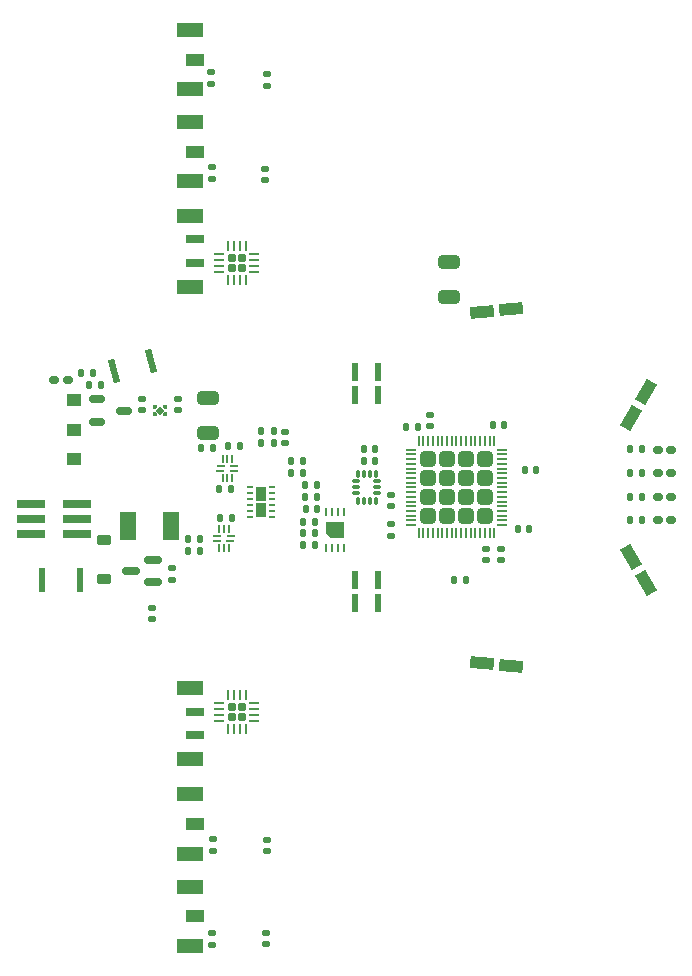
<source format=gbr>
%TF.GenerationSoftware,KiCad,Pcbnew,8.0.3*%
%TF.CreationDate,2024-06-14T00:30:10+09:00*%
%TF.ProjectId,makyi_mouse,6d616b79-695f-46d6-9f75-73652e6b6963,rev?*%
%TF.SameCoordinates,Original*%
%TF.FileFunction,Paste,Top*%
%TF.FilePolarity,Positive*%
%FSLAX46Y46*%
G04 Gerber Fmt 4.6, Leading zero omitted, Abs format (unit mm)*
G04 Created by KiCad (PCBNEW 8.0.3) date 2024-06-14 00:30:10*
%MOMM*%
%LPD*%
G01*
G04 APERTURE LIST*
G04 Aperture macros list*
%AMRoundRect*
0 Rectangle with rounded corners*
0 $1 Rounding radius*
0 $2 $3 $4 $5 $6 $7 $8 $9 X,Y pos of 4 corners*
0 Add a 4 corners polygon primitive as box body*
4,1,4,$2,$3,$4,$5,$6,$7,$8,$9,$2,$3,0*
0 Add four circle primitives for the rounded corners*
1,1,$1+$1,$2,$3*
1,1,$1+$1,$4,$5*
1,1,$1+$1,$6,$7*
1,1,$1+$1,$8,$9*
0 Add four rect primitives between the rounded corners*
20,1,$1+$1,$2,$3,$4,$5,0*
20,1,$1+$1,$4,$5,$6,$7,0*
20,1,$1+$1,$6,$7,$8,$9,0*
20,1,$1+$1,$8,$9,$2,$3,0*%
%AMRotRect*
0 Rectangle, with rotation*
0 The origin of the aperture is its center*
0 $1 length*
0 $2 width*
0 $3 Rotation angle, in degrees counterclockwise*
0 Add horizontal line*
21,1,$1,$2,0,0,$3*%
%AMOutline5P*
0 Free polygon, 5 corners , with rotation*
0 The origin of the aperture is its center*
0 number of corners: always 5*
0 $1 to $10 corner X, Y*
0 $11 Rotation angle, in degrees counterclockwise*
0 create outline with 5 corners*
4,1,5,$1,$2,$3,$4,$5,$6,$7,$8,$9,$10,$1,$2,$11*%
%AMOutline6P*
0 Free polygon, 6 corners , with rotation*
0 The origin of the aperture is its center*
0 number of corners: always 6*
0 $1 to $12 corner X, Y*
0 $13 Rotation angle, in degrees counterclockwise*
0 create outline with 6 corners*
4,1,6,$1,$2,$3,$4,$5,$6,$7,$8,$9,$10,$11,$12,$1,$2,$13*%
%AMOutline7P*
0 Free polygon, 7 corners , with rotation*
0 The origin of the aperture is its center*
0 number of corners: always 7*
0 $1 to $14 corner X, Y*
0 $15 Rotation angle, in degrees counterclockwise*
0 create outline with 7 corners*
4,1,7,$1,$2,$3,$4,$5,$6,$7,$8,$9,$10,$11,$12,$13,$14,$1,$2,$15*%
%AMOutline8P*
0 Free polygon, 8 corners , with rotation*
0 The origin of the aperture is its center*
0 number of corners: always 8*
0 $1 to $16 corner X, Y*
0 $17 Rotation angle, in degrees counterclockwise*
0 create outline with 8 corners*
4,1,8,$1,$2,$3,$4,$5,$6,$7,$8,$9,$10,$11,$12,$13,$14,$15,$16,$1,$2,$17*%
G04 Aperture macros list end*
%ADD10RoundRect,0.135000X0.135000X0.185000X-0.135000X0.185000X-0.135000X-0.185000X0.135000X-0.185000X0*%
%ADD11RoundRect,0.140000X0.140000X0.170000X-0.140000X0.170000X-0.140000X-0.170000X0.140000X-0.170000X0*%
%ADD12RoundRect,0.135000X-0.135000X-0.185000X0.135000X-0.185000X0.135000X0.185000X-0.135000X0.185000X0*%
%ADD13RoundRect,0.135000X-0.185000X0.135000X-0.185000X-0.135000X0.185000X-0.135000X0.185000X0.135000X0*%
%ADD14RoundRect,0.140000X-0.170000X0.140000X-0.170000X-0.140000X0.170000X-0.140000X0.170000X0.140000X0*%
%ADD15R,1.500000X1.000000*%
%ADD16R,2.200000X1.200000*%
%ADD17RoundRect,0.140000X-0.140000X-0.170000X0.140000X-0.170000X0.140000X0.170000X-0.140000X0.170000X0*%
%ADD18RoundRect,0.160000X0.222500X0.160000X-0.222500X0.160000X-0.222500X-0.160000X0.222500X-0.160000X0*%
%ADD19RoundRect,0.150000X0.587500X0.150000X-0.587500X0.150000X-0.587500X-0.150000X0.587500X-0.150000X0*%
%ADD20RoundRect,0.225000X-0.375000X0.225000X-0.375000X-0.225000X0.375000X-0.225000X0.375000X0.225000X0*%
%ADD21RotRect,2.000000X1.000000X175.000000*%
%ADD22R,0.950000X1.170000*%
%ADD23R,0.500000X0.250000*%
%ADD24RotRect,2.000000X1.000000X120.000000*%
%ADD25RotRect,2.000000X1.000000X240.000000*%
%ADD26RoundRect,0.050000X-0.300000X-0.050000X0.300000X-0.050000X0.300000X0.050000X-0.300000X0.050000X0*%
%ADD27RoundRect,0.050000X-0.250000X-0.050000X0.250000X-0.050000X0.250000X0.050000X-0.250000X0.050000X0*%
%ADD28RoundRect,0.050000X0.050000X-0.250000X0.050000X0.250000X-0.050000X0.250000X-0.050000X-0.250000X0*%
%ADD29RoundRect,0.050000X0.250000X0.050000X-0.250000X0.050000X-0.250000X-0.050000X0.250000X-0.050000X0*%
%ADD30RoundRect,0.050000X-0.050000X0.250000X-0.050000X-0.250000X0.050000X-0.250000X0.050000X0.250000X0*%
%ADD31RoundRect,0.177500X-0.177500X0.177500X-0.177500X-0.177500X0.177500X-0.177500X0.177500X0.177500X0*%
%ADD32RoundRect,0.062500X-0.062500X0.325000X-0.062500X-0.325000X0.062500X-0.325000X0.062500X0.325000X0*%
%ADD33RoundRect,0.062500X-0.325000X0.062500X-0.325000X-0.062500X0.325000X-0.062500X0.325000X0.062500X0*%
%ADD34RoundRect,0.250000X0.650000X-0.325000X0.650000X0.325000X-0.650000X0.325000X-0.650000X-0.325000X0*%
%ADD35RoundRect,0.249999X0.395001X0.395001X-0.395001X0.395001X-0.395001X-0.395001X0.395001X-0.395001X0*%
%ADD36RoundRect,0.062500X0.400000X0.062500X-0.400000X0.062500X-0.400000X-0.062500X0.400000X-0.062500X0*%
%ADD37RoundRect,0.062500X0.062500X0.400000X-0.062500X0.400000X-0.062500X-0.400000X0.062500X-0.400000X0*%
%ADD38RoundRect,0.140000X0.170000X-0.140000X0.170000X0.140000X-0.170000X0.140000X-0.170000X-0.140000X0*%
%ADD39R,0.550000X2.000000*%
%ADD40R,0.250000X0.800000*%
%ADD41R,0.250000X0.680000*%
%ADD42Outline5P,-0.700000X0.380000X-0.280000X0.800000X0.700000X0.800000X0.700000X-0.800000X-0.700000X-0.800000X90.000000*%
%ADD43RoundRect,0.087500X0.087500X-0.225000X0.087500X0.225000X-0.087500X0.225000X-0.087500X-0.225000X0*%
%ADD44RoundRect,0.087500X0.225000X-0.087500X0.225000X0.087500X-0.225000X0.087500X-0.225000X-0.087500X0*%
%ADD45RoundRect,0.050000X0.300000X0.050000X-0.300000X0.050000X-0.300000X-0.050000X0.300000X-0.050000X0*%
%ADD46R,1.500000X0.700000*%
%ADD47RoundRect,0.150000X-0.512500X-0.150000X0.512500X-0.150000X0.512500X0.150000X-0.512500X0.150000X0*%
%ADD48RotRect,2.000000X1.000000X185.000000*%
%ADD49R,0.600000X1.500000*%
%ADD50RoundRect,0.160000X-0.222500X-0.160000X0.222500X-0.160000X0.222500X0.160000X-0.222500X0.160000X0*%
%ADD51R,2.400000X0.760000*%
%ADD52Outline5P,-0.130000X0.195000X0.000000X0.195000X0.130000X0.065000X0.130000X-0.195000X-0.130000X-0.195000X90.000000*%
%ADD53RotRect,0.500000X0.500000X135.000000*%
%ADD54Outline5P,-0.130000X0.065000X0.000000X0.195000X0.130000X0.195000X0.130000X-0.195000X-0.130000X-0.195000X90.000000*%
%ADD55Outline5P,-0.130000X0.195000X0.130000X0.195000X0.130000X-0.195000X0.000000X-0.195000X-0.130000X-0.065000X90.000000*%
%ADD56Outline5P,-0.130000X0.195000X0.130000X0.195000X0.130000X-0.065000X0.000000X-0.195000X-0.130000X-0.195000X90.000000*%
%ADD57RotRect,0.550000X2.000000X15.000000*%
%ADD58R,1.450000X2.400000*%
%ADD59R,1.200000X1.000000*%
G04 APERTURE END LIST*
D10*
%TO.C,R33*%
X138610000Y-82600000D03*
X137590000Y-82600000D03*
%TD*%
D11*
%TO.C,C18*%
X145780000Y-81800000D03*
X144820000Y-81800000D03*
%TD*%
D12*
%TO.C,R3*%
X141090000Y-76200000D03*
X142110000Y-76200000D03*
%TD*%
D13*
%TO.C,R14*%
X136900000Y-117690000D03*
X136900000Y-118710000D03*
%TD*%
D14*
%TO.C,C27*%
X131800000Y-90200000D03*
X131800000Y-91160000D03*
%TD*%
D15*
%TO.C,J9*%
X135500000Y-51600000D03*
D16*
X135000000Y-54100000D03*
X135000000Y-49100000D03*
%TD*%
D17*
%TO.C,C25*%
X163370000Y-78500000D03*
X164330000Y-78500000D03*
%TD*%
D18*
%TO.C,D8*%
X175772500Y-80800000D03*
X174627500Y-80800000D03*
%TD*%
D10*
%TO.C,R22*%
X145610000Y-82900000D03*
X144590000Y-82900000D03*
%TD*%
D19*
%TO.C,Q1*%
X131937500Y-88050000D03*
X131937500Y-86150000D03*
X130062500Y-87100000D03*
%TD*%
D20*
%TO.C,D2*%
X127800000Y-84450000D03*
X127800000Y-87750000D03*
%TD*%
D13*
%TO.C,R11*%
X137000000Y-109790000D03*
X137000000Y-110810000D03*
%TD*%
%TO.C,R5*%
X133500000Y-86790000D03*
X133500000Y-87810000D03*
%TD*%
D21*
%TO.C,J6*%
X159754757Y-94891055D03*
X162245243Y-95108945D03*
%TD*%
D11*
%TO.C,C4*%
X150730000Y-76750000D03*
X149770000Y-76750000D03*
%TD*%
D12*
%TO.C,R35*%
X134890000Y-85400000D03*
X135910000Y-85400000D03*
%TD*%
%TO.C,R25*%
X172290000Y-82800000D03*
X173310000Y-82800000D03*
%TD*%
%TO.C,R26*%
X172290000Y-80800000D03*
X173310000Y-80800000D03*
%TD*%
D22*
%TO.C,U3*%
X141050000Y-80565000D03*
X141050000Y-81935000D03*
D23*
X140100000Y-80000000D03*
X140100000Y-80500000D03*
X140100000Y-81000000D03*
X140100000Y-81500000D03*
X140100000Y-82000000D03*
X140100000Y-82500000D03*
X142000000Y-82500000D03*
X142000000Y-82000000D03*
X142000000Y-81500000D03*
X142000000Y-81000000D03*
X142000000Y-80500000D03*
X142000000Y-80000000D03*
%TD*%
D13*
%TO.C,R17*%
X136900000Y-52890000D03*
X136900000Y-53910000D03*
%TD*%
D24*
%TO.C,J3*%
X172375000Y-85917468D03*
X173625000Y-88082532D03*
%TD*%
D25*
%TO.C,J5*%
X172375000Y-74082532D03*
X173625000Y-71917468D03*
%TD*%
D26*
%TO.C,U14*%
X137650000Y-78200000D03*
D27*
X137600000Y-78600000D03*
D28*
X137800000Y-79200000D03*
X138200000Y-79200000D03*
X138600000Y-79200000D03*
D29*
X138800000Y-78600000D03*
X138800000Y-78200000D03*
D30*
X138600000Y-77600000D03*
X138200000Y-77600000D03*
X137800000Y-77600000D03*
%TD*%
D12*
%TO.C,R4*%
X141090000Y-75200000D03*
X142110000Y-75200000D03*
%TD*%
D31*
%TO.C,U9*%
X139440000Y-60560000D03*
X138560000Y-60560000D03*
X139440000Y-61440000D03*
X138560000Y-61440000D03*
D32*
X139750000Y-59537500D03*
X139250000Y-59537500D03*
X138750000Y-59537500D03*
X138250000Y-59537500D03*
D33*
X137537500Y-60250000D03*
X137537500Y-60750000D03*
X137537500Y-61250000D03*
X137537500Y-61750000D03*
D32*
X138250000Y-62462500D03*
X138750000Y-62462500D03*
X139250000Y-62462500D03*
X139750000Y-62462500D03*
D33*
X140462500Y-61750000D03*
X140462500Y-61250000D03*
X140462500Y-60750000D03*
X140462500Y-60250000D03*
%TD*%
D12*
%TO.C,R30*%
X137490000Y-80100000D03*
X138510000Y-80100000D03*
%TD*%
D34*
%TO.C,C7*%
X136600000Y-75375000D03*
X136600000Y-72425000D03*
%TD*%
D14*
%TO.C,C8*%
X141550000Y-45020000D03*
X141550000Y-45980000D03*
%TD*%
D12*
%TO.C,R7*%
X143590000Y-78800000D03*
X144610000Y-78800000D03*
%TD*%
D35*
%TO.C,U11*%
X160000000Y-82400000D03*
X160000000Y-80800000D03*
X160000000Y-79200000D03*
X160000000Y-77600000D03*
X158400000Y-82400000D03*
X158400000Y-80800000D03*
X158400000Y-79200000D03*
X158400000Y-77600000D03*
X156800000Y-82400000D03*
X156800000Y-80800000D03*
X156800000Y-79200000D03*
X156800000Y-77600000D03*
X155200000Y-82400000D03*
X155200000Y-80800000D03*
X155200000Y-79200000D03*
X155200000Y-77600000D03*
D36*
X161487500Y-83200000D03*
X161487500Y-82800000D03*
X161487500Y-82400000D03*
X161487500Y-82000000D03*
X161487500Y-81600000D03*
X161487500Y-81200000D03*
X161487500Y-80800000D03*
X161487500Y-80400000D03*
X161487500Y-80000000D03*
X161487500Y-79600000D03*
X161487500Y-79200000D03*
X161487500Y-78800000D03*
X161487500Y-78400000D03*
X161487500Y-78000000D03*
X161487500Y-77600000D03*
X161487500Y-77200000D03*
X161487500Y-76800000D03*
D37*
X160800000Y-76112500D03*
X160400000Y-76112500D03*
X160000000Y-76112500D03*
X159600000Y-76112500D03*
X159200000Y-76112500D03*
X158800000Y-76112500D03*
X158400000Y-76112500D03*
X158000000Y-76112500D03*
X157600000Y-76112500D03*
X157200000Y-76112500D03*
X156800000Y-76112500D03*
X156400000Y-76112500D03*
X156000000Y-76112500D03*
X155600000Y-76112500D03*
X155200000Y-76112500D03*
X154800000Y-76112500D03*
X154400000Y-76112500D03*
D36*
X153712500Y-76800000D03*
X153712500Y-77200000D03*
X153712500Y-77600000D03*
X153712500Y-78000000D03*
X153712500Y-78400000D03*
X153712500Y-78800000D03*
X153712500Y-79200000D03*
X153712500Y-79600000D03*
X153712500Y-80000000D03*
X153712500Y-80400000D03*
X153712500Y-80800000D03*
X153712500Y-81200000D03*
X153712500Y-81600000D03*
X153712500Y-82000000D03*
X153712500Y-82400000D03*
X153712500Y-82800000D03*
X153712500Y-83200000D03*
D37*
X154400000Y-83887500D03*
X154800000Y-83887500D03*
X155200000Y-83887500D03*
X155600000Y-83887500D03*
X156000000Y-83887500D03*
X156400000Y-83887500D03*
X156800000Y-83887500D03*
X157200000Y-83887500D03*
X157600000Y-83887500D03*
X158000000Y-83887500D03*
X158400000Y-83887500D03*
X158800000Y-83887500D03*
X159200000Y-83887500D03*
X159600000Y-83887500D03*
X160000000Y-83887500D03*
X160400000Y-83887500D03*
X160800000Y-83887500D03*
%TD*%
D10*
%TO.C,R23*%
X145610000Y-83900000D03*
X144590000Y-83900000D03*
%TD*%
D14*
%TO.C,C14*%
X141400000Y-53020000D03*
X141400000Y-53980000D03*
%TD*%
D17*
%TO.C,C22*%
X160670000Y-74750000D03*
X161630000Y-74750000D03*
%TD*%
D15*
%TO.C,J7*%
X135500000Y-116300000D03*
D16*
X135000000Y-118800000D03*
X135000000Y-113800000D03*
%TD*%
D12*
%TO.C,R20*%
X144790000Y-79800000D03*
X145810000Y-79800000D03*
%TD*%
D38*
%TO.C,C24*%
X152100000Y-84080000D03*
X152100000Y-83120000D03*
%TD*%
D12*
%TO.C,R28*%
X172290000Y-76790000D03*
X173310000Y-76790000D03*
%TD*%
D39*
%TO.C,SW2*%
X122475000Y-87800000D03*
X125725000Y-87800000D03*
%TD*%
D40*
%TO.C,U10*%
X146550000Y-85100000D03*
X147050000Y-85100000D03*
X147550000Y-85100000D03*
X148050000Y-85100000D03*
X148050000Y-82100000D03*
X147550000Y-82100000D03*
X147050000Y-82100000D03*
D41*
X146550000Y-82100000D03*
D42*
X147300000Y-83600000D03*
%TD*%
D43*
%TO.C,U2*%
X149250000Y-81162500D03*
X149750000Y-81162500D03*
X150250000Y-81162500D03*
X150750000Y-81162500D03*
D44*
X150912500Y-80500000D03*
X150912500Y-80000000D03*
X150912500Y-79500000D03*
D43*
X150750000Y-78837500D03*
X150250000Y-78837500D03*
X149750000Y-78837500D03*
X149250000Y-78837500D03*
D44*
X149087500Y-79500000D03*
X149087500Y-80000000D03*
X149087500Y-80500000D03*
%TD*%
D12*
%TO.C,R6*%
X143590000Y-77800000D03*
X144610000Y-77800000D03*
%TD*%
D45*
%TO.C,U12*%
X138450000Y-84500000D03*
D29*
X138500000Y-84100000D03*
D30*
X138300000Y-83500000D03*
X137900000Y-83500000D03*
X137500000Y-83500000D03*
D27*
X137300000Y-84100000D03*
X137300000Y-84500000D03*
D28*
X137500000Y-85100000D03*
X137900000Y-85100000D03*
X138300000Y-85100000D03*
%TD*%
D11*
%TO.C,C5*%
X150730000Y-77750000D03*
X149770000Y-77750000D03*
%TD*%
D10*
%TO.C,R31*%
X139310000Y-76500000D03*
X138290000Y-76500000D03*
%TD*%
D16*
%TO.C,J13*%
X135000000Y-57000000D03*
X135000000Y-57000000D03*
D46*
X135500000Y-59000000D03*
X135500000Y-61000000D03*
D16*
X135000000Y-63000000D03*
%TD*%
D47*
%TO.C,Q2*%
X127162500Y-72550000D03*
X127162500Y-74450000D03*
X129437500Y-73500000D03*
%TD*%
D31*
%TO.C,U8*%
X139440000Y-98560000D03*
X138560000Y-98560000D03*
X139440000Y-99440000D03*
X138560000Y-99440000D03*
D32*
X139750000Y-97537500D03*
X139250000Y-97537500D03*
X138750000Y-97537500D03*
X138250000Y-97537500D03*
D33*
X137537500Y-98250000D03*
X137537500Y-98750000D03*
X137537500Y-99250000D03*
X137537500Y-99750000D03*
D32*
X138250000Y-100462500D03*
X138750000Y-100462500D03*
X139250000Y-100462500D03*
X139750000Y-100462500D03*
D33*
X140462500Y-99750000D03*
X140462500Y-99250000D03*
X140462500Y-98750000D03*
X140462500Y-98250000D03*
%TD*%
D48*
%TO.C,J8*%
X159754757Y-65108945D03*
X162245243Y-64891055D03*
%TD*%
D15*
%TO.C,J2*%
X135500000Y-43800000D03*
D16*
X135000000Y-46300000D03*
X135000000Y-41300000D03*
%TD*%
D49*
%TO.C,J10*%
X150987300Y-70200000D03*
X148987300Y-70200000D03*
X150987300Y-72200000D03*
X148987300Y-72200000D03*
%TD*%
D10*
%TO.C,R34*%
X135910000Y-84400000D03*
X134890000Y-84400000D03*
%TD*%
D12*
%TO.C,R32*%
X135990000Y-76700000D03*
X137010000Y-76700000D03*
%TD*%
D14*
%TO.C,C26*%
X161400000Y-85220000D03*
X161400000Y-86180000D03*
%TD*%
D10*
%TO.C,R29*%
X158410000Y-87800000D03*
X157390000Y-87800000D03*
%TD*%
D34*
%TO.C,C28*%
X157000000Y-63875000D03*
X157000000Y-60925000D03*
%TD*%
D17*
%TO.C,C21*%
X162820000Y-83500000D03*
X163780000Y-83500000D03*
%TD*%
D50*
%TO.C,D1*%
X123527500Y-70900000D03*
X124672500Y-70900000D03*
%TD*%
D51*
%TO.C,J14*%
X125450000Y-83970000D03*
X121550000Y-83970000D03*
X125450000Y-82700000D03*
X121550000Y-82700000D03*
X125450000Y-81430000D03*
X121550000Y-81430000D03*
%TD*%
D14*
%TO.C,C12*%
X141500000Y-117720000D03*
X141500000Y-118680000D03*
%TD*%
D13*
%TO.C,R8*%
X136850000Y-44790000D03*
X136850000Y-45810000D03*
%TD*%
D18*
%TO.C,D10*%
X175800000Y-76810000D03*
X174655000Y-76810000D03*
%TD*%
D10*
%TO.C,R1*%
X127510000Y-71300000D03*
X126490000Y-71300000D03*
%TD*%
D38*
%TO.C,C2*%
X134000000Y-73480000D03*
X134000000Y-72520000D03*
%TD*%
D52*
%TO.C,U1*%
X132905000Y-73825000D03*
D53*
X132500000Y-73500000D03*
D54*
X132905000Y-73175000D03*
D55*
X132095000Y-73175000D03*
D56*
X132095000Y-73825000D03*
%TD*%
D38*
%TO.C,C1*%
X131000000Y-73480000D03*
X131000000Y-72520000D03*
%TD*%
D15*
%TO.C,J4*%
X135500000Y-108500000D03*
D16*
X135000000Y-111000000D03*
X135000000Y-106000000D03*
%TD*%
D18*
%TO.C,D7*%
X175800000Y-82790000D03*
X174655000Y-82790000D03*
%TD*%
D11*
%TO.C,C23*%
X154330000Y-74850000D03*
X153370000Y-74850000D03*
%TD*%
D57*
%TO.C,SW3*%
X128630371Y-70120581D03*
X131769629Y-69279419D03*
%TD*%
D49*
%TO.C,J12*%
X150987300Y-87800000D03*
X148987300Y-87800000D03*
X150987300Y-89800000D03*
X148987300Y-89800000D03*
%TD*%
D12*
%TO.C,R21*%
X144790000Y-80800000D03*
X145810000Y-80800000D03*
%TD*%
D14*
%TO.C,C19*%
X160100000Y-85190000D03*
X160100000Y-86150000D03*
%TD*%
D10*
%TO.C,R2*%
X126810000Y-70300000D03*
X125790000Y-70300000D03*
%TD*%
%TO.C,R24*%
X145610000Y-84900000D03*
X144590000Y-84900000D03*
%TD*%
D38*
%TO.C,C20*%
X155350000Y-74830000D03*
X155350000Y-73870000D03*
%TD*%
D58*
%TO.C,BZ1*%
X129775000Y-83300000D03*
X133425000Y-83300000D03*
%TD*%
D12*
%TO.C,R27*%
X172290000Y-78790000D03*
X173310000Y-78790000D03*
%TD*%
D59*
%TO.C,SW1*%
X125200000Y-72600000D03*
X125200000Y-75100000D03*
X125200000Y-77600000D03*
%TD*%
D38*
%TO.C,C3*%
X143100000Y-76280000D03*
X143100000Y-75320000D03*
%TD*%
D18*
%TO.C,D9*%
X175800000Y-78800000D03*
X174655000Y-78800000D03*
%TD*%
D14*
%TO.C,C6*%
X152050000Y-80620000D03*
X152050000Y-81580000D03*
%TD*%
%TO.C,C10*%
X141600000Y-109820000D03*
X141600000Y-110780000D03*
%TD*%
D16*
%TO.C,J11*%
X135000000Y-103000000D03*
D46*
X135500000Y-101000000D03*
X135500000Y-99000000D03*
D16*
X135000000Y-97000000D03*
%TD*%
M02*

</source>
